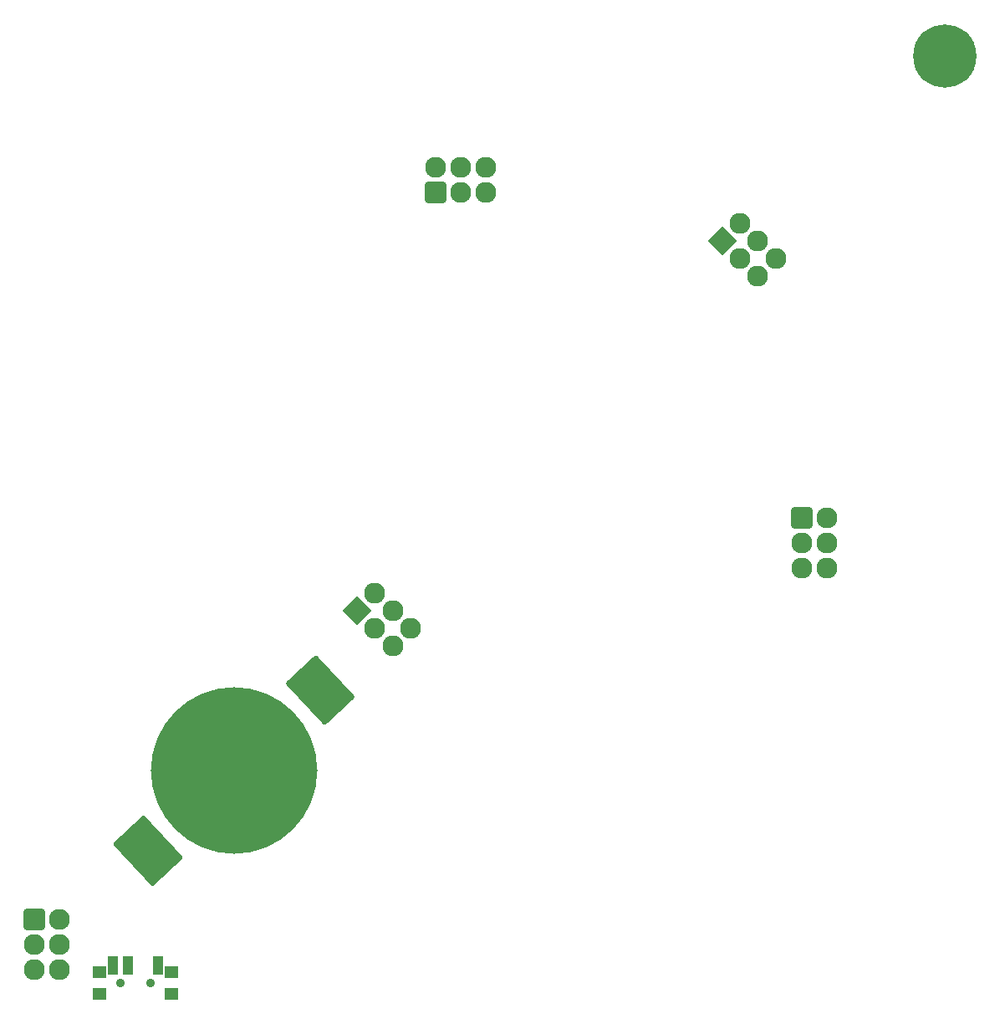
<source format=gbr>
%TF.GenerationSoftware,KiCad,Pcbnew,7.0.2*%
%TF.CreationDate,2023-08-16T09:45:11-05:00*%
%TF.ProjectId,Project Narsil Sword,50726f6a-6563-4742-904e-617273696c20,rev?*%
%TF.SameCoordinates,Original*%
%TF.FileFunction,Soldermask,Bot*%
%TF.FilePolarity,Negative*%
%FSLAX46Y46*%
G04 Gerber Fmt 4.6, Leading zero omitted, Abs format (unit mm)*
G04 Created by KiCad (PCBNEW 7.0.2) date 2023-08-16 09:45:11*
%MOMM*%
%LPD*%
G01*
G04 APERTURE LIST*
G04 Aperture macros list*
%AMRoundRect*
0 Rectangle with rounded corners*
0 $1 Rounding radius*
0 $2 $3 $4 $5 $6 $7 $8 $9 X,Y pos of 4 corners*
0 Add a 4 corners polygon primitive as box body*
4,1,4,$2,$3,$4,$5,$6,$7,$8,$9,$2,$3,0*
0 Add four circle primitives for the rounded corners*
1,1,$1+$1,$2,$3*
1,1,$1+$1,$4,$5*
1,1,$1+$1,$6,$7*
1,1,$1+$1,$8,$9*
0 Add four rect primitives between the rounded corners*
20,1,$1+$1,$2,$3,$4,$5,0*
20,1,$1+$1,$4,$5,$6,$7,0*
20,1,$1+$1,$6,$7,$8,$9,0*
20,1,$1+$1,$8,$9,$2,$3,0*%
%AMHorizOval*
0 Thick line with rounded ends*
0 $1 width*
0 $2 $3 position (X,Y) of the first rounded end (center of the circle)*
0 $4 $5 position (X,Y) of the second rounded end (center of the circle)*
0 Add line between two ends*
20,1,$1,$2,$3,$4,$5,0*
0 Add two circle primitives to create the rounded ends*
1,1,$1,$2,$3*
1,1,$1,$4,$5*%
G04 Aperture macros list end*
%ADD10C,6.400000*%
%ADD11O,2.127200X2.127200*%
%ADD12RoundRect,0.200000X0.863600X0.863600X-0.863600X0.863600X-0.863600X-0.863600X0.863600X-0.863600X0*%
%ADD13C,2.127200*%
%ADD14HorizOval,2.127200X0.000000X0.000000X0.000000X0.000000X0*%
%ADD15RoundRect,0.200000X0.000000X1.221315X-1.221315X0.000000X0.000000X-1.221315X1.221315X0.000000X0*%
%ADD16RoundRect,0.200000X-0.863600X0.863600X-0.863600X-0.863600X0.863600X-0.863600X0.863600X0.863600X0*%
%ADD17C,16.859512*%
%ADD18RoundRect,0.200000X-0.454122X3.352536X-3.312691X0.686877X0.454122X-3.352536X3.312691X-0.686877X0*%
%ADD19RoundRect,0.200000X-0.455376X3.316637X-3.276792X0.685623X0.455376X-3.316637X3.276792X-0.685623X0*%
%ADD20RoundRect,0.200000X0.500000X0.400000X-0.500000X0.400000X-0.500000X-0.400000X0.500000X-0.400000X0*%
%ADD21C,0.900000*%
%ADD22RoundRect,0.200000X0.350000X0.750000X-0.350000X0.750000X-0.350000X-0.750000X0.350000X-0.750000X0*%
G04 APERTURE END LIST*
D10*
%TO.C,REF\u002A\u002A*%
X181457600Y-49530000D03*
%TD*%
D11*
%TO.C,X5*%
X91813700Y-136966000D03*
D12*
X89273700Y-136966000D03*
D11*
X91813700Y-139506000D03*
X89273700Y-139506000D03*
D13*
X91813700Y-142046000D03*
X89273700Y-142046000D03*
%TD*%
D14*
%TO.C,X1*%
X160751471Y-66475627D03*
D15*
X158955420Y-68271679D03*
D14*
X162547523Y-68271679D03*
X160751471Y-70067730D03*
D13*
X164343574Y-70067730D03*
X162547523Y-71863781D03*
%TD*%
D14*
%TO.C,X4*%
X123756148Y-103882646D03*
D15*
X121960097Y-105678698D03*
D14*
X125552200Y-105678698D03*
X123756148Y-107474749D03*
D13*
X127348251Y-107474749D03*
X125552200Y-109270800D03*
%TD*%
D11*
%TO.C,X3*%
X169541000Y-96330700D03*
D12*
X167001000Y-96330700D03*
D11*
X169541000Y-98870700D03*
X167001000Y-98870700D03*
D13*
X169541000Y-101410700D03*
X167001000Y-101410700D03*
%TD*%
D11*
%TO.C,X2*%
X129934900Y-60837000D03*
D16*
X129934900Y-63377000D03*
D11*
X132474900Y-60837000D03*
X132474900Y-63377000D03*
D13*
X135014900Y-60837000D03*
X135014900Y-63377000D03*
%TD*%
D17*
%TO.C,U1*%
X109500000Y-121850000D03*
D18*
X100793234Y-129969190D03*
D19*
X118206766Y-113730810D03*
%TD*%
D20*
%TO.C,SW1*%
X103167200Y-144457400D03*
X103167200Y-142247400D03*
D21*
X101017200Y-143357400D03*
X98017200Y-143357400D03*
D20*
X95867200Y-144457400D03*
X95867200Y-142247400D03*
D22*
X101767200Y-141597400D03*
X98767200Y-141597400D03*
X97267200Y-141597400D03*
%TD*%
M02*

</source>
